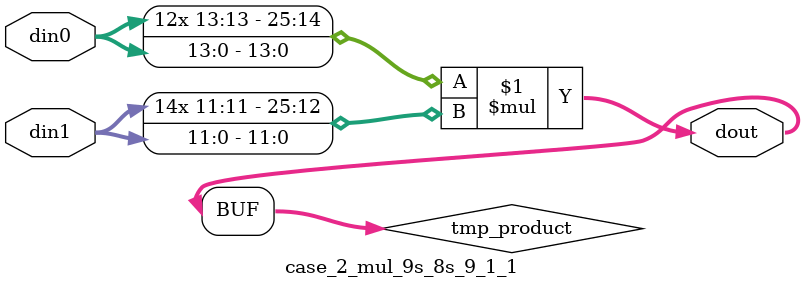
<source format=v>

`timescale 1 ns / 1 ps

 module case_2_mul_9s_8s_9_1_1(din0, din1, dout);
parameter ID = 1;
parameter NUM_STAGE = 0;
parameter din0_WIDTH = 14;
parameter din1_WIDTH = 12;
parameter dout_WIDTH = 26;

input [din0_WIDTH - 1 : 0] din0; 
input [din1_WIDTH - 1 : 0] din1; 
output [dout_WIDTH - 1 : 0] dout;

wire signed [dout_WIDTH - 1 : 0] tmp_product;



























assign tmp_product = $signed(din0) * $signed(din1);








assign dout = tmp_product;





















endmodule

</source>
